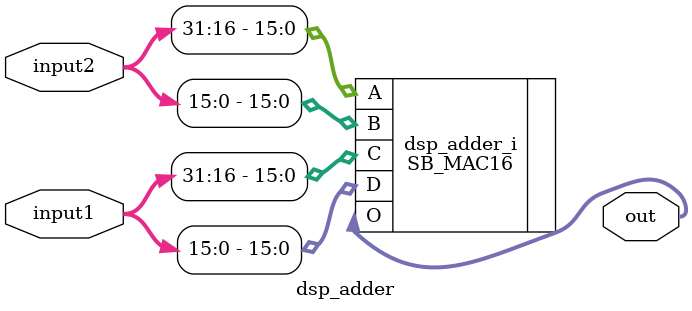
<source format=v>
/*
 *	Description:
 *
 *		This module implements an adder using the DSP blocks on the iCE 40 FPGA
 */



module dsp_adder(input1, input2, out);
	input [31:0]	input1;
	input [31:0]	input2;
	output [31:0]	out;

    SB_MAC16 dsp_adder_i(
        .C(input1[31:16]),
        .A(input2[31:16]),
        .B(input2[15:0]),
        .D(input1[15:0]),
        .O(out),
    );

    defparam dsp_adder_i.B_SIGNED = 1'b0;
    defparam dsp_adder_i.A_SIGNED = 1'b0;
    defparam dsp_adder_i.MODE_8x8 = 1'b1;
    defparam dsp_adder_i.BOTADDSUB_CARRYSELECT = 2'b00;
    defparam dsp_adder_i.BOTADDSUB_UPPERINPUT = 1'b1;
    defparam dsp_adder_i.BOTADDSUB_LOWERINPUT = 2'b00;
    defparam dsp_adder_i.BOTOUTPUT_SELECT = 2'b01;
    defparam dsp_adder_i.TOPADDSUB_CARRYSELECT = 2'b10;
    defparam dsp_adder_i.TOPADDSUB_UPPERINPUT = 1'b1;
    defparam dsp_adder_i.TOPADDSUB_LOWERINPUT = 2'b00;
    defparam dsp_adder_i.TOPOUTPUT_SELECT = 2'b01;
    defparam dsp_adder_i.PIPELINE_16x16_MULT_REG2 = 1'b0;
    defparam dsp_adder_i.PIPELINE_16x16_MULT_REG1 = 1'b0;
    defparam dsp_adder_i.BOT_8x8_MULT_REG = 1'b0;
    defparam dsp_adder_i.TOP_8x8_MULT_REG = 1'b0;
    defparam dsp_adder_i.D_REG = 1'b1;
    defparam dsp_adder_i.B_REG = 1'b1;
    defparam dsp_adder_i.A_REG = 1'b1;
    defparam dsp_adder_i.C_REG = 1'b1;
endmodule
</source>
